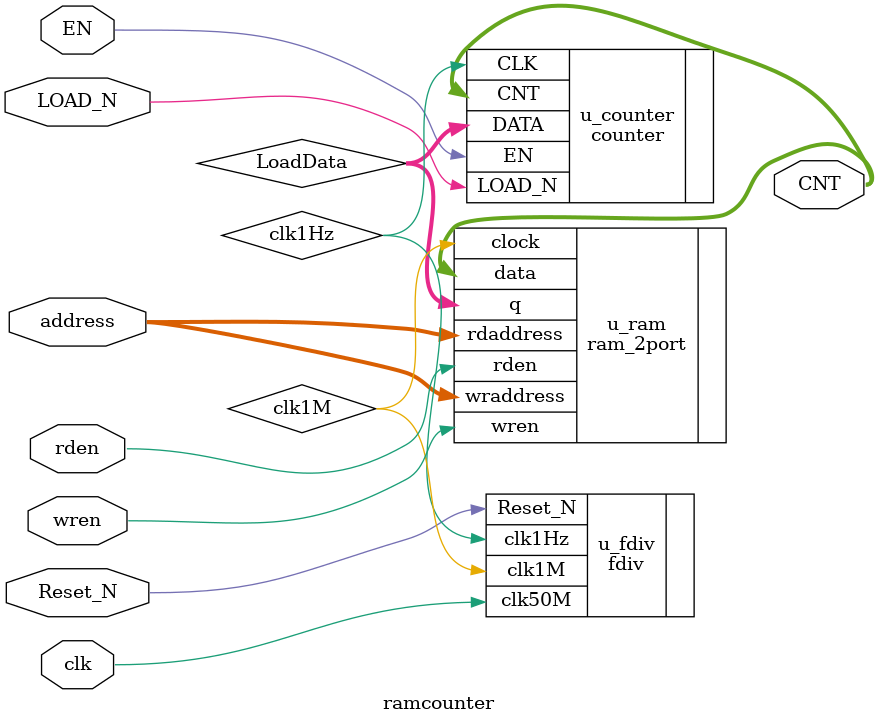
<source format=v>
module ramcounter(clk,address,wren,rden,LOAD_N,Reset_N,EN,CNT);
input clk,wren,rden,LOAD_N,EN,Reset_N;
input [3:0] address;
output [7:0] CNT;

wire clk1M;
wire clk1Hz;
wire [7:0] LoadData;

//实例化分频器
fdiv u_fdiv(
    .clk50M     (clk),
    .Reset_N    (Reset_N),

    .clk1M      (clk1M),
    .clk1Hz     (clk1Hz)
);
//实例化RAM

ram_2port u_ram(
    .clock      (clk1M),
    .data       (CNT),
    .rdaddress  (address),
    .rden       (rden),
    .wraddress  (address),
    .wren       (wren),

    .q          (LoadData)
);
//实例化计数器

counter u_counter(
    .CLK        (clk1Hz),
    .EN         (EN),
    .LOAD_N     (LOAD_N),
    .DATA       (LoadData),

    .CNT        (CNT)
);



endmodule 
</source>
